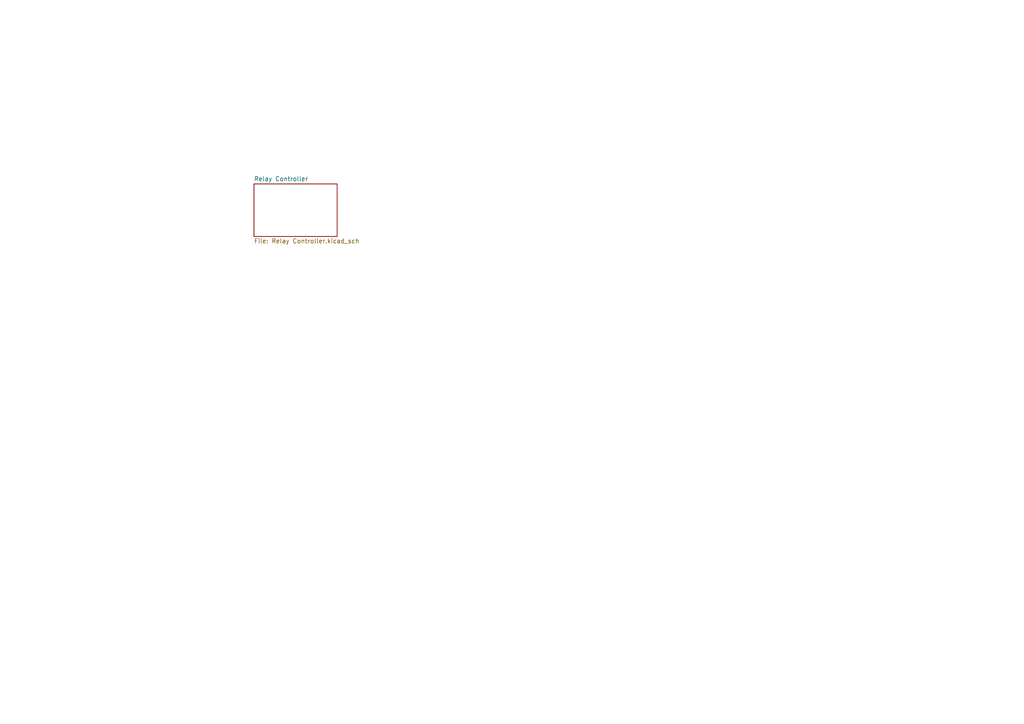
<source format=kicad_sch>
(kicad_sch
	(version 20231120)
	(generator "eeschema")
	(generator_version "8.0")
	(uuid "061ecb1c-afb0-4b5f-8f93-1c1ad8e1529c")
	(paper "A4")
	(title_block
		(title "I2C Relay Controler")
		(date "2024-03-19")
		(rev "2")
		(company "Perth Artifactory")
		(comment 1 "Penny Wood")
	)
	(lib_symbols)
	(sheet
		(at 73.66 53.34)
		(size 24.13 15.24)
		(fields_autoplaced yes)
		(stroke
			(width 0.1524)
			(type solid)
		)
		(fill
			(color 0 0 0 0.0000)
		)
		(uuid "e125c24b-afd4-4505-a8fd-095dc0995886")
		(property "Sheetname" "Relay Controller"
			(at 73.66 52.6284 0)
			(effects
				(font
					(size 1.27 1.27)
				)
				(justify left bottom)
			)
		)
		(property "Sheetfile" "Relay Controller.kicad_sch"
			(at 73.66 69.1646 0)
			(effects
				(font
					(size 1.27 1.27)
				)
				(justify left top)
			)
		)
		(instances
			(project "Vending Machine"
				(path "/061ecb1c-afb0-4b5f-8f93-1c1ad8e1529c"
					(page "2")
				)
			)
		)
	)
	(sheet_instances
		(path "/"
			(page "1")
		)
	)
)
</source>
